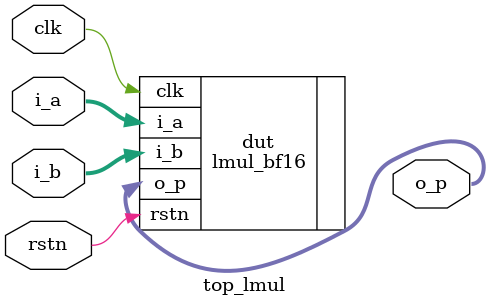
<source format=v>
`timescale 1ns/1ps
module top_lmul (
    input  wire        clk,
    input  wire        rstn,
    input  wire [15:0] i_a,
    input  wire [15:0] i_b,
    output wire [15:0] o_p
);

    // Instantiate lmul_bf16
    lmul_bf16 #(
        .E_BITS(8),
        .M_BITS(7),
        .EM_BITS(15),
        .BITW(16)
    ) dut (
        .clk(clk),
        .rstn(rstn),
        // Removed handshake signals
        .i_a(i_a),
        .i_b(i_b),
        .o_p(o_p)
    );

endmodule

</source>
